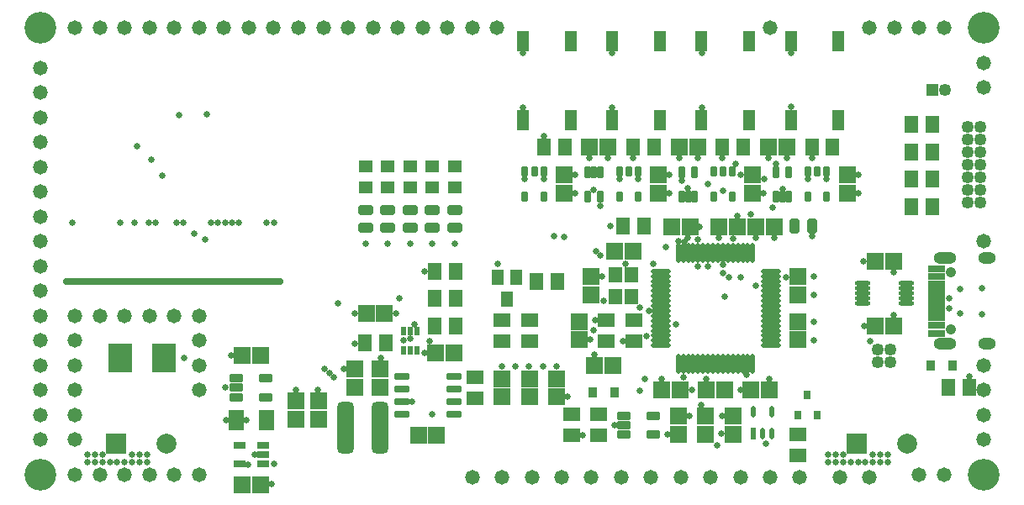
<source format=gbr>
%TF.GenerationSoftware,Altium Limited,Altium Designer,21.0.9 (235)*%
G04 Layer_Color=8388736*
%FSLAX45Y45*%
%MOMM*%
%TF.SameCoordinates,EF7BBA3F-781E-4618-A6AB-C8CA2981E545*%
%TF.FilePolarity,Negative*%
%TF.FileFunction,Soldermask,Top*%
%TF.Part,Single*%
G01*
G75*
%TA.AperFunction,SMDPad,CuDef*%
%ADD22R,0.80000X0.90000*%
G04:AMPARAMS|DCode=23|XSize=1.15564mm|YSize=0.52981mm|CornerRadius=0.2649mm|HoleSize=0mm|Usage=FLASHONLY|Rotation=90.000|XOffset=0mm|YOffset=0mm|HoleType=Round|Shape=RoundedRectangle|*
%AMROUNDEDRECTD23*
21,1,1.15564,0.00000,0,0,90.0*
21,1,0.62584,0.52981,0,0,90.0*
1,1,0.52980,0.00000,0.31292*
1,1,0.52980,0.00000,-0.31292*
1,1,0.52980,0.00000,-0.31292*
1,1,0.52980,0.00000,0.31292*
%
%ADD23ROUNDEDRECTD23*%
%ADD24R,0.52981X1.15564*%
%ADD83R,1.70320X1.65320*%
%ADD84R,1.70320X1.40320*%
%ADD85R,1.40320X1.70320*%
%TA.AperFunction,ComponentPad*%
%ADD87C,1.25320*%
%ADD88R,1.25320X1.25320*%
%ADD89R,2.00320X2.00320*%
%TA.AperFunction,ViaPad*%
%ADD90C,3.20320*%
%TA.AperFunction,ComponentPad*%
%ADD91O,1.80320X1.20320*%
%ADD92O,2.30320X1.20320*%
%ADD93C,1.05320*%
%ADD94C,2.00320*%
%ADD95O,22.20320X0.70320*%
%TA.AperFunction,ViaPad*%
%ADD96C,1.47320*%
%ADD97C,0.65320*%
%TA.AperFunction,SMDPad,CuDef*%
%ADD126R,1.30320X2.00320*%
%ADD127R,0.83320X1.03320*%
%ADD128R,2.36220X2.94620*%
G04:AMPARAMS|DCode=129|XSize=1.5032mm|YSize=0.9632mm|CornerRadius=0.1966mm|HoleSize=0mm|Usage=FLASHONLY|Rotation=270.000|XOffset=0mm|YOffset=0mm|HoleType=Round|Shape=RoundedRectangle|*
%AMROUNDEDRECTD129*
21,1,1.50320,0.57000,0,0,270.0*
21,1,1.11000,0.96320,0,0,270.0*
1,1,0.39320,-0.28500,-0.55500*
1,1,0.39320,-0.28500,0.55500*
1,1,0.39320,0.28500,0.55500*
1,1,0.39320,0.28500,-0.55500*
%
%ADD129ROUNDEDRECTD129*%
%ADD130R,1.40320X1.30320*%
G04:AMPARAMS|DCode=131|XSize=1.5032mm|YSize=0.9632mm|CornerRadius=0.1966mm|HoleSize=0mm|Usage=FLASHONLY|Rotation=180.000|XOffset=0mm|YOffset=0mm|HoleType=Round|Shape=RoundedRectangle|*
%AMROUNDEDRECTD131*
21,1,1.50320,0.57000,0,0,180.0*
21,1,1.11000,0.96320,0,0,180.0*
1,1,0.39320,-0.55500,0.28500*
1,1,0.39320,0.55500,0.28500*
1,1,0.39320,0.55500,-0.28500*
1,1,0.39320,-0.55500,-0.28500*
%
%ADD131ROUNDEDRECTD131*%
G04:AMPARAMS|DCode=132|XSize=0.7532mm|YSize=1.0032mm|CornerRadius=0.1511mm|HoleSize=0mm|Usage=FLASHONLY|Rotation=0.000|XOffset=0mm|YOffset=0mm|HoleType=Round|Shape=RoundedRectangle|*
%AMROUNDEDRECTD132*
21,1,0.75320,0.70100,0,0,0.0*
21,1,0.45100,1.00320,0,0,0.0*
1,1,0.30220,0.22550,-0.35050*
1,1,0.30220,-0.22550,-0.35050*
1,1,0.30220,-0.22550,0.35050*
1,1,0.30220,0.22550,0.35050*
%
%ADD132ROUNDEDRECTD132*%
G04:AMPARAMS|DCode=133|XSize=0.6532mm|YSize=1.2532mm|CornerRadius=0.1511mm|HoleSize=0mm|Usage=FLASHONLY|Rotation=180.000|XOffset=0mm|YOffset=0mm|HoleType=Round|Shape=RoundedRectangle|*
%AMROUNDEDRECTD133*
21,1,0.65320,0.95100,0,0,180.0*
21,1,0.35100,1.25320,0,0,180.0*
1,1,0.30220,-0.17550,0.47550*
1,1,0.30220,0.17550,0.47550*
1,1,0.30220,0.17550,-0.47550*
1,1,0.30220,-0.17550,-0.47550*
%
%ADD133ROUNDEDRECTD133*%
%ADD134R,1.65320X1.70320*%
G04:AMPARAMS|DCode=135|XSize=0.8532mm|YSize=1.4032mm|CornerRadius=0.15035mm|HoleSize=0mm|Usage=FLASHONLY|Rotation=90.000|XOffset=0mm|YOffset=0mm|HoleType=Round|Shape=RoundedRectangle|*
%AMROUNDEDRECTD135*
21,1,0.85320,1.10250,0,0,90.0*
21,1,0.55250,1.40320,0,0,90.0*
1,1,0.30070,0.55125,0.27625*
1,1,0.30070,0.55125,-0.27625*
1,1,0.30070,-0.55125,-0.27625*
1,1,0.30070,-0.55125,0.27625*
%
%ADD135ROUNDEDRECTD135*%
%ADD136R,1.20320X1.60320*%
%ADD137R,0.60320X0.85320*%
%ADD138R,1.20320X0.80320*%
%ADD139R,1.55320X2.05320*%
%ADD140O,0.50320X2.00320*%
%ADD141O,2.00320X0.50320*%
%TA.AperFunction,ConnectorPad*%
%ADD142R,1.65320X0.80320*%
%ADD143R,1.65320X0.50320*%
%TA.AperFunction,SMDPad,CuDef*%
G04:AMPARAMS|DCode=144|XSize=1.7032mm|YSize=5.2032mm|CornerRadius=0.4766mm|HoleSize=0mm|Usage=FLASHONLY|Rotation=180.000|XOffset=0mm|YOffset=0mm|HoleType=Round|Shape=RoundedRectangle|*
%AMROUNDEDRECTD144*
21,1,1.70320,4.25000,0,0,180.0*
21,1,0.75000,5.20320,0,0,180.0*
1,1,0.95320,-0.37500,2.12500*
1,1,0.95320,0.37500,2.12500*
1,1,0.95320,0.37500,-2.12500*
1,1,0.95320,-0.37500,-2.12500*
%
%ADD144ROUNDEDRECTD144*%
%ADD145R,1.40320X1.60320*%
%ADD146O,1.60320X0.45320*%
G04:AMPARAMS|DCode=147|XSize=0.7532mm|YSize=1.4532mm|CornerRadius=0.1511mm|HoleSize=0mm|Usage=FLASHONLY|Rotation=270.000|XOffset=0mm|YOffset=0mm|HoleType=Round|Shape=RoundedRectangle|*
%AMROUNDEDRECTD147*
21,1,0.75320,1.15100,0,0,270.0*
21,1,0.45100,1.45320,0,0,270.0*
1,1,0.30220,-0.57550,-0.22550*
1,1,0.30220,-0.57550,0.22550*
1,1,0.30220,0.57550,0.22550*
1,1,0.30220,0.57550,-0.22550*
%
%ADD147ROUNDEDRECTD147*%
D22*
X7880000Y850000D02*
D03*
X8070000D02*
D03*
X7975000Y1050000D02*
D03*
D23*
X7430000Y882528D02*
D03*
X7620000D02*
D03*
Y667472D02*
D03*
X7525000D02*
D03*
D24*
X7430000D02*
D03*
D83*
X3417339Y1131780D02*
D03*
Y1316780D02*
D03*
X5525000Y3082500D02*
D03*
Y3267500D02*
D03*
X6475000Y3082500D02*
D03*
Y3267500D02*
D03*
X7425000Y3082500D02*
D03*
Y3267500D02*
D03*
X8375000Y3082500D02*
D03*
Y3267500D02*
D03*
X7875000Y1792500D02*
D03*
Y1607500D02*
D03*
Y2057500D02*
D03*
Y2242500D02*
D03*
X5800000D02*
D03*
Y2057500D02*
D03*
X5675000Y1792500D02*
D03*
Y1607500D02*
D03*
X6950000Y842500D02*
D03*
Y657500D02*
D03*
X7225000D02*
D03*
Y842500D02*
D03*
X6675000D02*
D03*
Y657500D02*
D03*
X5450000Y1217500D02*
D03*
Y1032500D02*
D03*
X5175000Y1217500D02*
D03*
Y1032500D02*
D03*
X4900000Y1217500D02*
D03*
Y1032500D02*
D03*
X3675000Y1317500D02*
D03*
Y1132500D02*
D03*
X3050000Y992500D02*
D03*
Y807500D02*
D03*
X2825000Y992500D02*
D03*
Y807500D02*
D03*
D84*
X5175000Y1595000D02*
D03*
Y1805000D02*
D03*
X4625000Y1230000D02*
D03*
Y1020000D02*
D03*
X5950000Y1595000D02*
D03*
Y1805000D02*
D03*
X6225000Y1595000D02*
D03*
Y1805000D02*
D03*
X7875000Y445000D02*
D03*
Y655000D02*
D03*
X5875000Y855000D02*
D03*
Y645000D02*
D03*
X5600000D02*
D03*
Y855000D02*
D03*
X4900000Y1805000D02*
D03*
Y1595000D02*
D03*
D85*
X5320000Y3550000D02*
D03*
X5530000D02*
D03*
X9605000Y1125000D02*
D03*
X9395000D02*
D03*
X8230000Y3550000D02*
D03*
X8020000D02*
D03*
X7330000D02*
D03*
X7120000D02*
D03*
X6430000D02*
D03*
X6220000D02*
D03*
X6122280Y2755120D02*
D03*
X6332280D02*
D03*
X9020000Y2950000D02*
D03*
X9230000D02*
D03*
X9020000Y3225000D02*
D03*
X9230000D02*
D03*
X9020000Y3500000D02*
D03*
X9230000D02*
D03*
X9020000Y3775000D02*
D03*
X9230000D02*
D03*
X5245000Y2200000D02*
D03*
X5455000D02*
D03*
X4430000Y2300000D02*
D03*
X4220000D02*
D03*
X4430000Y2025000D02*
D03*
X4220000D02*
D03*
Y1750000D02*
D03*
X4430000D02*
D03*
X3520000Y1575000D02*
D03*
X3730000D02*
D03*
D87*
X9363500Y4125000D02*
D03*
X9713500Y3756000D02*
D03*
X9586500D02*
D03*
X9713500Y3629000D02*
D03*
Y3502000D02*
D03*
X9586500Y3629000D02*
D03*
Y3502000D02*
D03*
X9713500Y3375000D02*
D03*
X9586500D02*
D03*
X9713500Y3248000D02*
D03*
Y3121000D02*
D03*
Y2994000D02*
D03*
X9586500Y3248000D02*
D03*
Y3121000D02*
D03*
Y2994000D02*
D03*
X8813500Y1386500D02*
D03*
X8686500D02*
D03*
X8813500Y1513500D02*
D03*
X8686500D02*
D03*
D88*
X9236500Y4125000D02*
D03*
D89*
X8476000Y558800D02*
D03*
X1016000D02*
D03*
D90*
X250000Y250000D02*
D03*
X9750000D02*
D03*
Y4750000D02*
D03*
X250000D02*
D03*
D91*
X9782000Y1568000D02*
D03*
Y2432000D02*
D03*
D92*
X9364000D02*
D03*
Y1568000D02*
D03*
D93*
X9417000Y2289000D02*
D03*
Y1711000D02*
D03*
D94*
X8984000Y558800D02*
D03*
X1524000D02*
D03*
D95*
X1584500Y2197600D02*
D03*
D96*
X8600000Y225000D02*
D03*
X8300000D02*
D03*
X9750000Y1100000D02*
D03*
Y850000D02*
D03*
Y600000D02*
D03*
X9100000Y250000D02*
D03*
X9350000D02*
D03*
X9750000Y1350000D02*
D03*
Y2600000D02*
D03*
Y4150000D02*
D03*
Y4400000D02*
D03*
X1850000Y1100000D02*
D03*
Y1350000D02*
D03*
Y1600000D02*
D03*
Y1850000D02*
D03*
X1600000D02*
D03*
X1350000D02*
D03*
X1100000D02*
D03*
X850000D02*
D03*
X600000D02*
D03*
Y1600000D02*
D03*
Y1350000D02*
D03*
Y1100000D02*
D03*
Y850000D02*
D03*
Y600000D02*
D03*
Y250000D02*
D03*
X850000D02*
D03*
X1100000D02*
D03*
X1350000D02*
D03*
X1600000D02*
D03*
X1850000D02*
D03*
X8600000Y4750000D02*
D03*
X8850000D02*
D03*
X9100000D02*
D03*
X9350000D02*
D03*
X4600000D02*
D03*
X4850000D02*
D03*
X7600000D02*
D03*
X600000D02*
D03*
X850000D02*
D03*
X1100000D02*
D03*
X1350000D02*
D03*
X1600000D02*
D03*
X1850000D02*
D03*
X2100000D02*
D03*
X2350000D02*
D03*
X2600000D02*
D03*
X2850000D02*
D03*
X3100000D02*
D03*
X3350000D02*
D03*
X3600000D02*
D03*
X3850000D02*
D03*
X4100000D02*
D03*
X4350000D02*
D03*
X250000Y4350000D02*
D03*
Y4100000D02*
D03*
Y3850000D02*
D03*
Y3600000D02*
D03*
Y3350000D02*
D03*
Y3100000D02*
D03*
Y2850000D02*
D03*
Y2600000D02*
D03*
Y2350000D02*
D03*
Y2100000D02*
D03*
Y1850000D02*
D03*
Y1600000D02*
D03*
Y1350000D02*
D03*
Y1100000D02*
D03*
Y850000D02*
D03*
Y600000D02*
D03*
X4600000Y225000D02*
D03*
X4900000D02*
D03*
X5200000D02*
D03*
X5500000D02*
D03*
X5800000D02*
D03*
X6100000D02*
D03*
X6400000D02*
D03*
X6700000D02*
D03*
X7000000D02*
D03*
X7300000D02*
D03*
X7600000D02*
D03*
X7900000D02*
D03*
D97*
X8185000Y450000D02*
D03*
X8260000D02*
D03*
X8335000D02*
D03*
X8185000Y375000D02*
D03*
X8260000D02*
D03*
X8335000D02*
D03*
X8410000D02*
D03*
X8485000D02*
D03*
X8560000D02*
D03*
X8635000D02*
D03*
X8710000D02*
D03*
X8785000Y450000D02*
D03*
X8710000D02*
D03*
X8635000D02*
D03*
X8785000Y375000D02*
D03*
X1325000D02*
D03*
X1175000Y450000D02*
D03*
X1250000D02*
D03*
X1325000D02*
D03*
X1250000Y375000D02*
D03*
X1175000D02*
D03*
X1100000D02*
D03*
X1025000D02*
D03*
X950000D02*
D03*
X875000D02*
D03*
X800000D02*
D03*
X725000D02*
D03*
X875000Y450000D02*
D03*
X800000D02*
D03*
X725000D02*
D03*
X2327500Y800000D02*
D03*
X2122500D02*
D03*
X7252500Y3380000D02*
D03*
X7660000D02*
D03*
X8542500Y2397500D02*
D03*
X8547500Y1750000D02*
D03*
X7540000Y3232500D02*
D03*
X5890000Y2957500D02*
D03*
X5992500Y2755000D02*
D03*
X1225000Y3557500D02*
D03*
X1372500Y3420000D02*
D03*
X1925000Y3877500D02*
D03*
X1650000Y3875000D02*
D03*
X7063100Y546900D02*
D03*
X7557500Y560000D02*
D03*
X7359969Y1256446D02*
D03*
X6887500Y2747500D02*
D03*
X6739189Y2590458D02*
D03*
X6675000Y2601510D02*
D03*
X6140000Y2372500D02*
D03*
X5927500Y2000000D02*
D03*
X5560202Y1032500D02*
D03*
X6957502Y1210203D02*
D03*
X9605000Y1235202D02*
D03*
X8842502Y1860205D02*
D03*
Y2289800D02*
D03*
X8019999Y3439800D02*
D03*
X7767498D02*
D03*
X7582499D02*
D03*
X7120001D02*
D03*
X6867500D02*
D03*
X6682501D02*
D03*
X6219998D02*
D03*
X5967501D02*
D03*
X5782498D02*
D03*
X5320000Y3660201D02*
D03*
Y3227299D02*
D03*
X5130002D02*
D03*
X5635203Y3267502D02*
D03*
Y3082498D02*
D03*
X6270000Y3227299D02*
D03*
X6079998D02*
D03*
X6585204Y3267502D02*
D03*
Y3082498D02*
D03*
X6709999Y3209798D02*
D03*
X7535200Y3082498D02*
D03*
X8170001Y3227299D02*
D03*
X7979999D02*
D03*
X8485200Y3267502D02*
D03*
Y3082498D02*
D03*
X8022422Y2654899D02*
D03*
X6727100Y1227500D02*
D03*
X6815000Y1100000D02*
D03*
X7302500D02*
D03*
X6032297Y750001D02*
D03*
X5785201Y1607500D02*
D03*
X5910204Y2242500D02*
D03*
X7592502Y1210203D02*
D03*
X6507500D02*
D03*
X7267499Y2860203D02*
D03*
X7082500Y2639797D02*
D03*
X7642499D02*
D03*
X7457501D02*
D03*
X5832500Y1460200D02*
D03*
X6785204Y842498D02*
D03*
X6564798Y657499D02*
D03*
X5839800Y1805000D02*
D03*
X6114796Y1594998D02*
D03*
X5710204Y645003D02*
D03*
X8037500Y1602500D02*
D03*
Y1792500D02*
D03*
X7757500Y2237500D02*
D03*
X8037500Y2057500D02*
D03*
Y2242500D02*
D03*
X3911600Y1600200D02*
D03*
X3864970Y2029460D02*
D03*
X1478280Y3258820D02*
D03*
X6873240Y2347870D02*
D03*
X5847080Y2500270D02*
D03*
X5890260Y2458720D02*
D03*
X6972300Y2346960D02*
D03*
X6288099Y1091259D02*
D03*
X6337300Y1216660D02*
D03*
X6654800Y1765300D02*
D03*
X6774180Y3131820D02*
D03*
X5819140Y3119120D02*
D03*
X6423660Y2374900D02*
D03*
X6550660Y2545080D02*
D03*
X6769100Y2639800D02*
D03*
X5521661Y2646320D02*
D03*
X7127240Y3106420D02*
D03*
X7724140Y3130910D02*
D03*
X6875780Y2616200D02*
D03*
X7625080Y2938780D02*
D03*
X7226300Y2628900D02*
D03*
X7406640Y2872740D02*
D03*
X7140723Y2046810D02*
D03*
X7124700Y2362200D02*
D03*
X7455398Y2149963D02*
D03*
X7122160Y2279460D02*
D03*
X7307580Y2237740D02*
D03*
X7188030Y2237910D02*
D03*
X6378310Y1899550D02*
D03*
X6283960Y1930400D02*
D03*
X7299960Y3274060D02*
D03*
X6972300Y3180080D02*
D03*
X9730800Y1869440D02*
D03*
X9731948Y2124338D02*
D03*
X9514840Y2120900D02*
D03*
X8608060Y1592580D02*
D03*
X6355080Y1648460D02*
D03*
X5824220Y1701800D02*
D03*
X4173530Y1592270D02*
D03*
X7117080Y840740D02*
D03*
X7106920Y660400D02*
D03*
X3305699Y1315000D02*
D03*
X1700000Y1425000D02*
D03*
X4424680Y2575560D02*
D03*
X5427980Y2654300D02*
D03*
X3246120Y1978660D02*
D03*
X3205480Y1229360D02*
D03*
X4196080Y858520D02*
D03*
X3116183Y1318260D02*
D03*
X3162300Y1272540D02*
D03*
X2606040Y355600D02*
D03*
X3975000Y2575000D02*
D03*
X4200000D02*
D03*
X3750000D02*
D03*
X3525000D02*
D03*
X2341880Y353060D02*
D03*
X2410460Y449580D02*
D03*
X3683450Y1425200D02*
D03*
X5173980Y1338580D02*
D03*
X5311140D02*
D03*
X5036820D02*
D03*
X5448300D02*
D03*
X4899660D02*
D03*
X7807960Y3954780D02*
D03*
Y4500880D02*
D03*
X6911340Y3952240D02*
D03*
Y4498340D02*
D03*
X6009640Y3952240D02*
D03*
Y4498340D02*
D03*
X568960Y2786380D02*
D03*
X1059180D02*
D03*
X1201420D02*
D03*
X1343660D02*
D03*
X1409700D02*
D03*
X1620520D02*
D03*
X1689100D02*
D03*
X1968500D02*
D03*
X2039620D02*
D03*
X2110740D02*
D03*
X2600960D02*
D03*
X2529840D02*
D03*
X2250440D02*
D03*
X2179320D02*
D03*
X5110480Y4498340D02*
D03*
Y3952240D02*
D03*
X2176780Y1450340D02*
D03*
X4018280Y1767840D02*
D03*
X3830320Y1877060D02*
D03*
X4853940Y2376640D02*
D03*
X9514840Y1871980D02*
D03*
X2583180Y152400D02*
D03*
X6901360Y954220D02*
D03*
X1798320Y2677160D02*
D03*
X1913890Y2622867D02*
D03*
X4117340Y2299780D02*
D03*
X4119880Y1474940D02*
D03*
X3992880Y988060D02*
D03*
X3975100Y1620520D02*
D03*
X3416300Y1874520D02*
D03*
X3416100Y1572340D02*
D03*
X3048000Y1107440D02*
D03*
X2821940D02*
D03*
X2115820Y1125220D02*
D03*
X9403440Y2024380D02*
D03*
X9405620Y1925320D02*
D03*
D126*
X5109501Y4620099D02*
D03*
X5589500D02*
D03*
X5109500Y3820100D02*
D03*
X5589500Y3820101D02*
D03*
X6909501Y4620099D02*
D03*
X7389500D02*
D03*
X6909500Y3820100D02*
D03*
X7389500Y3820101D02*
D03*
X7809501Y4620099D02*
D03*
X8289500D02*
D03*
X7809500Y3820100D02*
D03*
X8289500Y3820101D02*
D03*
X6009501Y4620099D02*
D03*
X6489500D02*
D03*
X6009500Y3820100D02*
D03*
X6489500Y3820101D02*
D03*
D127*
X5813500Y1075000D02*
D03*
X6036500D02*
D03*
X9213500Y1350000D02*
D03*
X9436500D02*
D03*
D128*
X1054000Y1425000D02*
D03*
X1496000D02*
D03*
D129*
X7843420Y2755100D02*
D03*
X8022420D02*
D03*
D130*
X4425000Y3355000D02*
D03*
Y3145000D02*
D03*
X4200000Y3355000D02*
D03*
Y3145000D02*
D03*
X3975000Y3355000D02*
D03*
Y3145000D02*
D03*
X3749976Y3354999D02*
D03*
Y3144999D02*
D03*
X3525000Y3355000D02*
D03*
Y3145000D02*
D03*
D131*
X4425000Y2735000D02*
D03*
Y2914000D02*
D03*
X3975000Y2735000D02*
D03*
Y2914000D02*
D03*
X4200000Y2735000D02*
D03*
Y2914000D02*
D03*
X3750000Y2735000D02*
D03*
Y2914000D02*
D03*
X3525000Y2735000D02*
D03*
Y2914000D02*
D03*
D132*
X8170000Y3047500D02*
D03*
X7980000D02*
D03*
Y3302500D02*
D03*
X8075000D02*
D03*
X8170000D02*
D03*
X7220000Y3047500D02*
D03*
X7030000D02*
D03*
Y3302500D02*
D03*
X7125000D02*
D03*
X7220000D02*
D03*
X6270000Y3047500D02*
D03*
X6080000D02*
D03*
Y3302500D02*
D03*
X6175000D02*
D03*
X6270000D02*
D03*
X5130000Y3047500D02*
D03*
X5320000Y3302500D02*
D03*
X5225000D02*
D03*
X5130000D02*
D03*
X5320000Y3047500D02*
D03*
D133*
X7660000Y3297500D02*
D03*
X7790000D02*
D03*
Y3052500D02*
D03*
X7725000D02*
D03*
X7660000D02*
D03*
X6710000Y3297500D02*
D03*
X6840000D02*
D03*
Y3052500D02*
D03*
X6775000D02*
D03*
X6710000D02*
D03*
X5890000Y3052500D02*
D03*
X5760000D02*
D03*
Y3297500D02*
D03*
X5825000D02*
D03*
X5890000D02*
D03*
D134*
X7582500Y3550000D02*
D03*
X7767500D02*
D03*
X6682500D02*
D03*
X6867500D02*
D03*
X5782500D02*
D03*
X5967500D02*
D03*
X7457500Y2750000D02*
D03*
X7642500D02*
D03*
X7267500D02*
D03*
X7082500D02*
D03*
X6792500D02*
D03*
X6607500D02*
D03*
X6217500Y2500000D02*
D03*
X6032500D02*
D03*
X5832500Y1350000D02*
D03*
X6017500D02*
D03*
X8657500Y2400000D02*
D03*
X8842500D02*
D03*
Y1750000D02*
D03*
X8657500D02*
D03*
X7592500Y1100000D02*
D03*
X7407500D02*
D03*
X7142500D02*
D03*
X6957500D02*
D03*
X6507500D02*
D03*
X6692500D02*
D03*
X4232500Y1475000D02*
D03*
X4417500D02*
D03*
X4242500Y650000D02*
D03*
X4057500D02*
D03*
X3532500Y1875000D02*
D03*
X3717500D02*
D03*
X2467500Y150000D02*
D03*
X2282500D02*
D03*
Y1450000D02*
D03*
X2467500D02*
D03*
D135*
X6422500Y845000D02*
D03*
Y655000D02*
D03*
X6127500D02*
D03*
Y750000D02*
D03*
Y845000D02*
D03*
X2227500Y1220000D02*
D03*
Y1125000D02*
D03*
Y1030000D02*
D03*
X2522500D02*
D03*
Y1220000D02*
D03*
D136*
X4855000Y2235000D02*
D03*
X4950000Y2015000D02*
D03*
X5045000Y2235000D02*
D03*
D137*
X4040000Y1505000D02*
D03*
X3975000D02*
D03*
X3910000D02*
D03*
Y1695000D02*
D03*
X3975000D02*
D03*
X4040000D02*
D03*
D138*
X2495000Y355000D02*
D03*
Y450000D02*
D03*
Y545000D02*
D03*
X2255000D02*
D03*
Y355000D02*
D03*
D139*
X2527500Y800000D02*
D03*
X2222500D02*
D03*
D140*
X6825000Y1370000D02*
D03*
X6875000D02*
D03*
X6925000D02*
D03*
X6975000D02*
D03*
X7125000D02*
D03*
X7175000D02*
D03*
X7225000D02*
D03*
X6775000Y2480000D02*
D03*
X7275000Y1370000D02*
D03*
X7025000D02*
D03*
X7075000D02*
D03*
X6675000D02*
D03*
X6725000D02*
D03*
X6775000D02*
D03*
X7325000D02*
D03*
X7375000D02*
D03*
X7425000D02*
D03*
Y2480000D02*
D03*
X7375000D02*
D03*
X7325000D02*
D03*
X7275000D02*
D03*
X7225000D02*
D03*
X7175000D02*
D03*
X7125000D02*
D03*
X7075000D02*
D03*
X7025000D02*
D03*
X6975000D02*
D03*
X6925000D02*
D03*
X6875000D02*
D03*
X6825000D02*
D03*
X6725000D02*
D03*
X6675000D02*
D03*
D141*
X7605000Y1950000D02*
D03*
Y2000000D02*
D03*
Y2050000D02*
D03*
Y2100000D02*
D03*
Y2150000D02*
D03*
Y1550000D02*
D03*
Y1600000D02*
D03*
Y1650000D02*
D03*
Y1700000D02*
D03*
X6495000Y1950000D02*
D03*
Y1850000D02*
D03*
X7605000Y1750000D02*
D03*
Y1800000D02*
D03*
Y1850000D02*
D03*
Y1900000D02*
D03*
X6495000Y2250000D02*
D03*
Y2200000D02*
D03*
Y2150000D02*
D03*
Y2300000D02*
D03*
Y2100000D02*
D03*
Y2050000D02*
D03*
Y2000000D02*
D03*
Y1900000D02*
D03*
Y1800000D02*
D03*
Y1750000D02*
D03*
Y1700000D02*
D03*
Y1650000D02*
D03*
Y1600000D02*
D03*
Y1550000D02*
D03*
X7605000Y2200000D02*
D03*
Y2250000D02*
D03*
Y2300000D02*
D03*
D142*
X9272500Y1755000D02*
D03*
Y1675000D02*
D03*
Y2245000D02*
D03*
Y2325000D02*
D03*
D143*
Y1925000D02*
D03*
Y1875000D02*
D03*
Y1825000D02*
D03*
Y2075000D02*
D03*
Y2125000D02*
D03*
Y2175000D02*
D03*
Y2025000D02*
D03*
Y1975000D02*
D03*
D144*
X3675001Y725000D02*
D03*
X3325000D02*
D03*
D145*
X6205000Y2040000D02*
D03*
Y2260000D02*
D03*
X6045000Y2040000D02*
D03*
Y2260000D02*
D03*
D146*
X8970000Y1975000D02*
D03*
Y2025000D02*
D03*
Y2075000D02*
D03*
Y2125000D02*
D03*
Y2175000D02*
D03*
X8530000Y1975000D02*
D03*
Y2025000D02*
D03*
Y2075000D02*
D03*
Y2125000D02*
D03*
Y2175000D02*
D03*
D147*
X3887500Y1240500D02*
D03*
Y1113500D02*
D03*
Y986500D02*
D03*
Y859500D02*
D03*
X4412500Y1240500D02*
D03*
Y1113500D02*
D03*
Y986500D02*
D03*
Y859500D02*
D03*
%TF.MD5,1f3626d90f2807b09f44f94beccf2c7c*%
M02*

</source>
